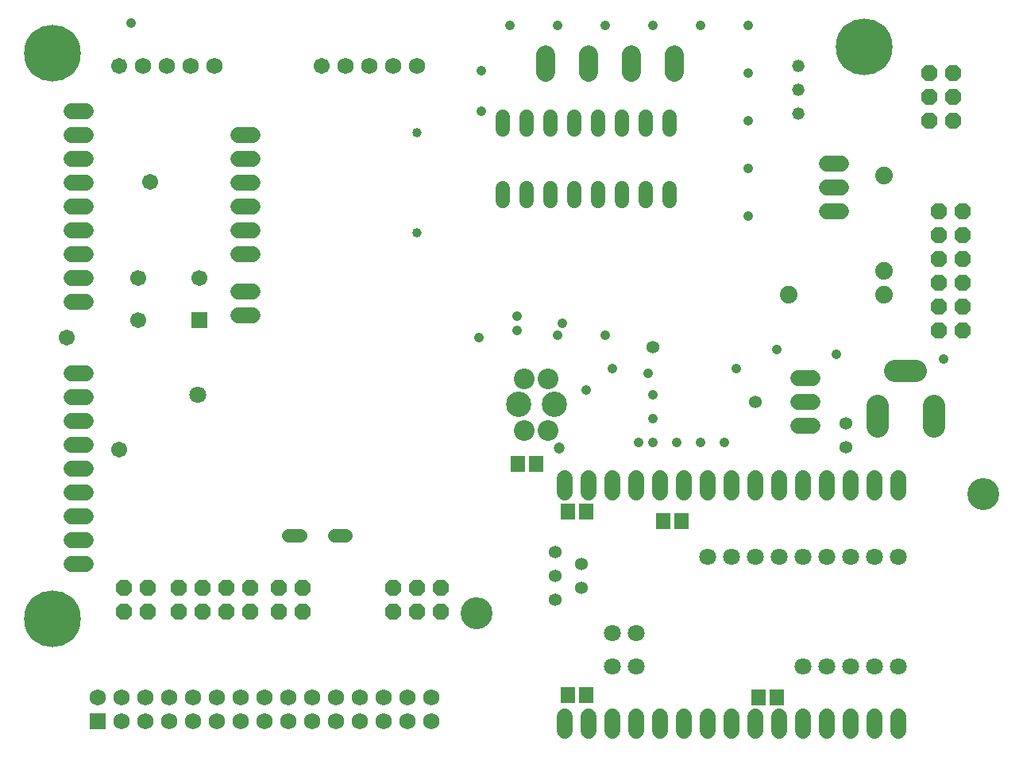
<source format=gbs>
G75*
%MOIN*%
%OFA0B0*%
%FSLAX25Y25*%
%IPPOS*%
%LPD*%
%AMOC8*
5,1,8,0,0,1.08239X$1,22.5*
%
%ADD10C,0.13398*%
%ADD11R,0.05918X0.06706*%
%ADD12C,0.09400*%
%ADD13C,0.06800*%
%ADD14R,0.06800X0.06800*%
%ADD15C,0.06800*%
%ADD16C,0.06000*%
%ADD17C,0.07887*%
%ADD18C,0.08674*%
%ADD19C,0.10643*%
%ADD20C,0.04737*%
%ADD21OC8,0.06800*%
%ADD22C,0.07400*%
%ADD23C,0.05200*%
%ADD24C,0.05556*%
%ADD25C,0.23800*%
%ADD26R,0.06700X0.06700*%
%ADD27C,0.06700*%
%ADD28C,0.06706*%
%ADD29C,0.04172*%
%ADD30C,0.05353*%
%ADD31C,0.07100*%
%ADD32C,0.03975*%
D10*
X0325000Y0112500D03*
X0537500Y0162500D03*
D11*
X0450740Y0077000D03*
X0443260Y0077000D03*
X0370740Y0078000D03*
X0363260Y0078000D03*
X0403260Y0151000D03*
X0410740Y0151000D03*
X0370740Y0155000D03*
X0363260Y0155000D03*
X0349740Y0175000D03*
X0342260Y0175000D03*
D12*
X0493189Y0190700D02*
X0493189Y0199300D01*
X0500700Y0213898D02*
X0509300Y0213898D01*
X0516811Y0199300D02*
X0516811Y0190700D01*
D13*
X0502000Y0169000D02*
X0502000Y0163000D01*
X0492000Y0163000D02*
X0492000Y0169000D01*
X0482000Y0169000D02*
X0482000Y0163000D01*
X0472000Y0163000D02*
X0472000Y0169000D01*
X0462000Y0169000D02*
X0462000Y0163000D01*
X0452000Y0163000D02*
X0452000Y0169000D01*
X0442000Y0169000D02*
X0442000Y0163000D01*
X0432000Y0163000D02*
X0432000Y0169000D01*
X0422000Y0169000D02*
X0422000Y0163000D01*
X0412000Y0163000D02*
X0412000Y0169000D01*
X0402000Y0169000D02*
X0402000Y0163000D01*
X0392000Y0163000D02*
X0392000Y0169000D01*
X0382000Y0169000D02*
X0382000Y0163000D01*
X0372000Y0163000D02*
X0372000Y0169000D01*
X0362000Y0169000D02*
X0362000Y0163000D01*
X0460000Y0191000D02*
X0466000Y0191000D01*
X0466000Y0201000D02*
X0460000Y0201000D01*
X0460000Y0211000D02*
X0466000Y0211000D01*
X0472000Y0281000D02*
X0478000Y0281000D01*
X0478000Y0291000D02*
X0472000Y0291000D01*
X0472000Y0301000D02*
X0478000Y0301000D01*
X0231000Y0303000D02*
X0225000Y0303000D01*
X0225000Y0293000D02*
X0231000Y0293000D01*
X0231000Y0283000D02*
X0225000Y0283000D01*
X0225000Y0273000D02*
X0231000Y0273000D01*
X0231000Y0263000D02*
X0225000Y0263000D01*
X0225000Y0247500D02*
X0231000Y0247500D01*
X0231000Y0237500D02*
X0225000Y0237500D01*
X0161000Y0243000D02*
X0155000Y0243000D01*
X0155000Y0253000D02*
X0161000Y0253000D01*
X0161000Y0263000D02*
X0155000Y0263000D01*
X0155000Y0273000D02*
X0161000Y0273000D01*
X0161000Y0283000D02*
X0155000Y0283000D01*
X0155000Y0293000D02*
X0161000Y0293000D01*
X0161000Y0303000D02*
X0155000Y0303000D01*
X0155000Y0313000D02*
X0161000Y0313000D01*
X0161000Y0323000D02*
X0155000Y0323000D01*
X0225000Y0313000D02*
X0231000Y0313000D01*
X0161000Y0213000D02*
X0155000Y0213000D01*
X0155000Y0203000D02*
X0161000Y0203000D01*
X0161000Y0193000D02*
X0155000Y0193000D01*
X0155000Y0183000D02*
X0161000Y0183000D01*
X0161000Y0173000D02*
X0155000Y0173000D01*
X0155000Y0163000D02*
X0161000Y0163000D01*
X0161000Y0153000D02*
X0155000Y0153000D01*
X0155000Y0143000D02*
X0161000Y0143000D01*
X0161000Y0133000D02*
X0155000Y0133000D01*
X0362000Y0069000D02*
X0362000Y0063000D01*
X0372000Y0063000D02*
X0372000Y0069000D01*
X0382000Y0069000D02*
X0382000Y0063000D01*
X0392000Y0063000D02*
X0392000Y0069000D01*
X0402000Y0069000D02*
X0402000Y0063000D01*
X0412000Y0063000D02*
X0412000Y0069000D01*
X0422000Y0069000D02*
X0422000Y0063000D01*
X0432000Y0063000D02*
X0432000Y0069000D01*
X0442000Y0069000D02*
X0442000Y0063000D01*
X0452000Y0063000D02*
X0452000Y0069000D01*
X0462000Y0069000D02*
X0462000Y0063000D01*
X0472000Y0063000D02*
X0472000Y0069000D01*
X0482000Y0069000D02*
X0482000Y0063000D01*
X0492000Y0063000D02*
X0492000Y0069000D01*
X0502000Y0069000D02*
X0502000Y0063000D01*
D14*
X0166000Y0067000D03*
D15*
X0166000Y0077000D03*
X0176000Y0077000D03*
X0176000Y0067000D03*
X0186000Y0067000D03*
X0186000Y0077000D03*
X0196000Y0077000D03*
X0196000Y0067000D03*
X0206000Y0067000D03*
X0206000Y0077000D03*
X0216000Y0077000D03*
X0216000Y0067000D03*
X0226000Y0067000D03*
X0226000Y0077000D03*
X0236000Y0077000D03*
X0236000Y0067000D03*
X0246000Y0067000D03*
X0256000Y0067000D03*
X0256000Y0077000D03*
X0246000Y0077000D03*
X0266000Y0077000D03*
X0266000Y0067000D03*
X0276000Y0067000D03*
X0276000Y0077000D03*
X0286000Y0077000D03*
X0286000Y0067000D03*
X0296000Y0067000D03*
X0296000Y0077000D03*
X0306000Y0077000D03*
X0306000Y0067000D03*
X0299984Y0342000D03*
X0289984Y0342000D03*
X0279984Y0342000D03*
X0269984Y0342000D03*
X0214984Y0342000D03*
X0204984Y0342000D03*
X0194984Y0342000D03*
X0184984Y0342000D03*
D16*
X0336000Y0320600D02*
X0336000Y0315400D01*
X0346000Y0315400D02*
X0346000Y0320600D01*
X0356000Y0320600D02*
X0356000Y0315400D01*
X0366000Y0315400D02*
X0366000Y0320600D01*
X0376000Y0320600D02*
X0376000Y0315400D01*
X0386000Y0315400D02*
X0386000Y0320600D01*
X0396000Y0320600D02*
X0396000Y0315400D01*
X0406000Y0315400D02*
X0406000Y0320600D01*
X0406000Y0290600D02*
X0406000Y0285400D01*
X0396000Y0285400D02*
X0396000Y0290600D01*
X0386000Y0290600D02*
X0386000Y0285400D01*
X0376000Y0285400D02*
X0376000Y0290600D01*
X0366000Y0290600D02*
X0366000Y0285400D01*
X0356000Y0285400D02*
X0356000Y0290600D01*
X0346000Y0290600D02*
X0346000Y0285400D01*
X0336000Y0285400D02*
X0336000Y0290600D01*
D17*
X0354000Y0339457D02*
X0354000Y0346543D01*
X0371717Y0346543D02*
X0371717Y0339457D01*
X0390024Y0339457D02*
X0390024Y0346543D01*
X0407740Y0346543D02*
X0407740Y0339457D01*
D18*
X0355000Y0210827D03*
X0345000Y0210827D03*
X0345000Y0189173D03*
X0355000Y0189173D03*
D19*
X0357480Y0200000D03*
X0342520Y0200000D03*
D20*
X0359646Y0181693D03*
D21*
X0310000Y0123000D03*
X0300000Y0123000D03*
X0290000Y0123000D03*
X0290000Y0113000D03*
X0300000Y0113000D03*
X0310000Y0113000D03*
X0252000Y0113000D03*
X0242000Y0113000D03*
X0242000Y0123000D03*
X0252000Y0123000D03*
X0230000Y0123000D03*
X0220000Y0123000D03*
X0210000Y0123000D03*
X0200000Y0123000D03*
X0200000Y0113000D03*
X0210000Y0113000D03*
X0220000Y0113000D03*
X0230000Y0113000D03*
X0187000Y0113000D03*
X0177000Y0113000D03*
X0177000Y0123000D03*
X0187000Y0123000D03*
X0515000Y0319000D03*
X0525000Y0319000D03*
X0525000Y0329000D03*
X0525000Y0339000D03*
X0515000Y0339000D03*
X0515000Y0329000D03*
X0519000Y0281000D03*
X0529000Y0281000D03*
X0529000Y0271000D03*
X0529000Y0261000D03*
X0519000Y0261000D03*
X0519000Y0271000D03*
X0519000Y0251000D03*
X0519000Y0241000D03*
X0529000Y0241000D03*
X0529000Y0251000D03*
X0529000Y0231000D03*
X0519000Y0231000D03*
D22*
X0496000Y0246000D03*
X0496000Y0256000D03*
X0456000Y0246000D03*
X0496000Y0296000D03*
D23*
X0460000Y0322000D03*
X0460000Y0332000D03*
X0460000Y0342000D03*
D24*
X0269984Y0145000D02*
X0265228Y0145000D01*
X0250772Y0145000D02*
X0246016Y0145000D01*
D25*
X0147000Y0110000D03*
X0147000Y0347500D03*
X0487500Y0350000D03*
D26*
X0208600Y0235300D03*
D27*
X0208600Y0253000D03*
X0183000Y0253000D03*
X0183000Y0235300D03*
D28*
X0153000Y0228000D03*
X0175000Y0181000D03*
X0188000Y0293500D03*
X0175000Y0342000D03*
X0260000Y0342000D03*
D29*
X0327000Y0340000D03*
X0339000Y0359000D03*
X0359000Y0359000D03*
X0379000Y0359000D03*
X0399000Y0359000D03*
X0419000Y0359000D03*
X0439000Y0359000D03*
X0439000Y0339000D03*
X0439000Y0319000D03*
X0439000Y0299000D03*
X0439000Y0279000D03*
X0379000Y0229000D03*
X0361000Y0234000D03*
X0359000Y0229000D03*
X0342000Y0231000D03*
X0342000Y0237000D03*
X0326000Y0228000D03*
X0371000Y0206000D03*
X0382000Y0215000D03*
X0397000Y0213000D03*
X0399000Y0204000D03*
X0399000Y0194000D03*
X0399000Y0184000D03*
X0393000Y0184000D03*
X0409000Y0184000D03*
X0419000Y0184000D03*
X0429000Y0184000D03*
X0434000Y0215000D03*
X0451000Y0223000D03*
X0476000Y0221000D03*
X0521000Y0219000D03*
X0327000Y0323000D03*
X0180000Y0360000D03*
D30*
X0399000Y0224000D03*
X0442000Y0201000D03*
X0480000Y0192000D03*
X0480000Y0182000D03*
X0369000Y0133000D03*
X0369000Y0123000D03*
X0358000Y0118000D03*
X0358000Y0128000D03*
X0358000Y0138000D03*
D31*
X0382000Y0104000D03*
X0392000Y0104000D03*
X0392000Y0090000D03*
X0382000Y0090000D03*
X0422000Y0136000D03*
X0432000Y0136000D03*
X0442000Y0136000D03*
X0452000Y0136000D03*
X0462000Y0136000D03*
X0472000Y0136000D03*
X0482000Y0136000D03*
X0492000Y0136000D03*
X0502000Y0136000D03*
X0502000Y0090000D03*
X0492000Y0090000D03*
X0482000Y0090000D03*
X0472000Y0090000D03*
X0462000Y0090000D03*
X0208000Y0204000D03*
D32*
X0300000Y0272000D03*
X0300000Y0314000D03*
M02*

</source>
